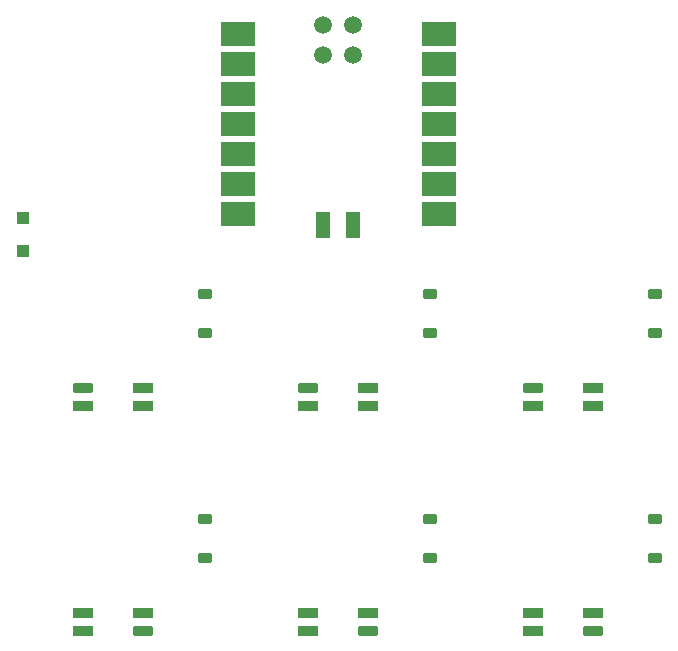
<source format=gbr>
%TF.GenerationSoftware,KiCad,Pcbnew,7.0.7*%
%TF.CreationDate,2023-09-20T23:35:26+09:00*%
%TF.ProjectId,Proto6,50726f74-6f36-42e6-9b69-6361645f7063,rev?*%
%TF.SameCoordinates,Original*%
%TF.FileFunction,Paste,Bot*%
%TF.FilePolarity,Positive*%
%FSLAX46Y46*%
G04 Gerber Fmt 4.6, Leading zero omitted, Abs format (unit mm)*
G04 Created by KiCad (PCBNEW 7.0.7) date 2023-09-20 23:35:26*
%MOMM*%
%LPD*%
G01*
G04 APERTURE LIST*
G04 Aperture macros list*
%AMRoundRect*
0 Rectangle with rounded corners*
0 $1 Rounding radius*
0 $2 $3 $4 $5 $6 $7 $8 $9 X,Y pos of 4 corners*
0 Add a 4 corners polygon primitive as box body*
4,1,4,$2,$3,$4,$5,$6,$7,$8,$9,$2,$3,0*
0 Add four circle primitives for the rounded corners*
1,1,$1+$1,$2,$3*
1,1,$1+$1,$4,$5*
1,1,$1+$1,$6,$7*
1,1,$1+$1,$8,$9*
0 Add four rect primitives between the rounded corners*
20,1,$1+$1,$2,$3,$4,$5,0*
20,1,$1+$1,$4,$5,$6,$7,0*
20,1,$1+$1,$6,$7,$8,$9,0*
20,1,$1+$1,$8,$9,$2,$3,0*%
G04 Aperture macros list end*
%ADD10R,1.700000X0.820000*%
%ADD11RoundRect,0.205000X-0.645000X-0.205000X0.645000X-0.205000X0.645000X0.205000X-0.645000X0.205000X0*%
%ADD12RoundRect,0.205000X0.645000X0.205000X-0.645000X0.205000X-0.645000X-0.205000X0.645000X-0.205000X0*%
%ADD13RoundRect,0.225000X0.375000X-0.225000X0.375000X0.225000X-0.375000X0.225000X-0.375000X-0.225000X0*%
%ADD14RoundRect,0.250000X0.300000X-0.300000X0.300000X0.300000X-0.300000X0.300000X-0.300000X-0.300000X0*%
%ADD15R,3.000000X2.000000*%
%ADD16C,1.500000*%
%ADD17R,1.300000X2.300000*%
G04 APERTURE END LIST*
D10*
%TO.C,LED5*%
X73650000Y-99580000D03*
X73650000Y-101080000D03*
D11*
X78750000Y-101080000D03*
D10*
X78750000Y-99580000D03*
%TD*%
%TO.C,LED2*%
X78750000Y-82030000D03*
X78750000Y-80530000D03*
D12*
X73650000Y-80530000D03*
D10*
X73650000Y-82030000D03*
%TD*%
%TO.C,LED6*%
X54600000Y-99580000D03*
X54600000Y-101080000D03*
D11*
X59700000Y-101080000D03*
D10*
X59700000Y-99580000D03*
%TD*%
D13*
%TO.C,D6*%
X103020000Y-94950000D03*
X103020000Y-91650000D03*
%TD*%
%TO.C,D4*%
X64920000Y-94950000D03*
X64920000Y-91650000D03*
%TD*%
D14*
%TO.C,D7*%
X49480000Y-68937500D03*
X49480000Y-66137500D03*
%TD*%
D10*
%TO.C,LED3*%
X97800000Y-82030000D03*
X97800000Y-80530000D03*
D12*
X92700000Y-80530000D03*
D10*
X92700000Y-82030000D03*
%TD*%
D13*
%TO.C,D3*%
X103020000Y-75900000D03*
X103020000Y-72600000D03*
%TD*%
D10*
%TO.C,LED4*%
X92700000Y-99580000D03*
X92700000Y-101080000D03*
D11*
X97800000Y-101080000D03*
D10*
X97800000Y-99580000D03*
%TD*%
D13*
%TO.C,D5*%
X83970000Y-94950000D03*
X83970000Y-91650000D03*
%TD*%
D15*
%TO.C,U1*%
X84700000Y-50530000D03*
X84700000Y-53070000D03*
X84700000Y-55610000D03*
X84700000Y-58150000D03*
X84700000Y-60690000D03*
X84700000Y-63230000D03*
X84700000Y-65770000D03*
X67700000Y-65770000D03*
X67700000Y-63230000D03*
X67700000Y-60690000D03*
X67700000Y-58150000D03*
X67700000Y-55610000D03*
X67700000Y-53070000D03*
X67700000Y-50530000D03*
D16*
X77470000Y-49760000D03*
X74930000Y-49760000D03*
X77470000Y-52300000D03*
X74930000Y-52300000D03*
D17*
X77470000Y-66750000D03*
X74930000Y-66750000D03*
%TD*%
D13*
%TO.C,D1*%
X64920000Y-75900000D03*
X64920000Y-72600000D03*
%TD*%
D10*
%TO.C,LED1*%
X59700000Y-82030000D03*
X59700000Y-80530000D03*
D12*
X54600000Y-80530000D03*
D10*
X54600000Y-82030000D03*
%TD*%
D13*
%TO.C,D2*%
X83970000Y-75900000D03*
X83970000Y-72600000D03*
%TD*%
M02*

</source>
